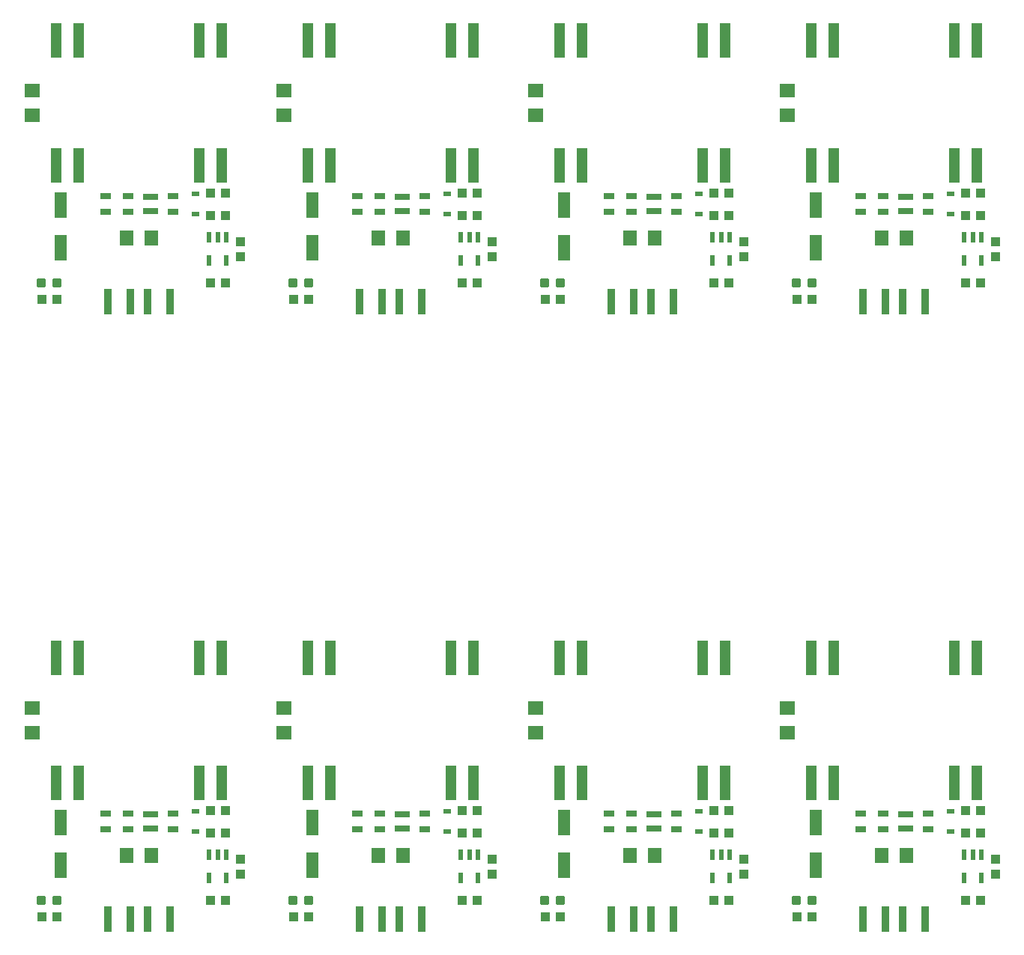
<source format=gtp>
G04 EAGLE Gerber RS-274X export*
G75*
%MOMM*%
%FSLAX34Y34*%
%LPD*%
%INSolderpaste Top*%
%IPPOS*%
%AMOC8*
5,1,8,0,0,1.08239X$1,22.5*%
G01*
%ADD10R,1.100000X1.000000*%
%ADD11R,1.000000X1.100000*%
%ADD12R,0.550000X1.200000*%
%ADD13R,1.800000X1.600000*%
%ADD14R,0.900000X3.000000*%
%ADD15R,1.250000X4.000000*%
%ADD16R,0.830000X0.630000*%
%ADD17R,1.400000X3.000000*%
%ADD18R,1.200000X0.800000*%
%ADD19R,1.800000X0.800000*%
%ADD20R,1.600000X1.800000*%
%ADD21C,0.300000*%


D10*
X220100Y190500D03*
X237100Y190500D03*
X220100Y165100D03*
X237100Y165100D03*
D11*
X254000Y135500D03*
X254000Y118500D03*
D12*
X238100Y140001D03*
X228600Y140001D03*
X219100Y140001D03*
X219100Y113999D03*
X238100Y113999D03*
D13*
X19050Y306100D03*
X19050Y278100D03*
D10*
X237100Y88900D03*
X220100Y88900D03*
D14*
X129700Y67520D03*
X104700Y67520D03*
X149700Y67520D03*
X174700Y67520D03*
D15*
X71800Y221100D03*
X46400Y221100D03*
X207600Y221100D03*
X233000Y221100D03*
X233000Y363100D03*
X207600Y363100D03*
X71800Y363100D03*
X46400Y363100D03*
D16*
X203200Y189300D03*
X203200Y166300D03*
D17*
X50800Y176400D03*
X50800Y128400D03*
D18*
X127000Y186800D03*
X127000Y168800D03*
X101600Y186800D03*
X101600Y168800D03*
D19*
X152400Y185800D03*
X152400Y169800D03*
D18*
X177800Y168800D03*
X177800Y186800D03*
D20*
X125700Y139700D03*
X153700Y139700D03*
D10*
X29600Y69850D03*
X46600Y69850D03*
D21*
X43370Y85400D02*
X43370Y92400D01*
X50370Y92400D01*
X50370Y85400D01*
X43370Y85400D01*
X43370Y88250D02*
X50370Y88250D01*
X50370Y91100D02*
X43370Y91100D01*
X25830Y92400D02*
X25830Y85400D01*
X25830Y92400D02*
X32830Y92400D01*
X32830Y85400D01*
X25830Y85400D01*
X25830Y88250D02*
X32830Y88250D01*
X32830Y91100D02*
X25830Y91100D01*
D10*
X504580Y190500D03*
X521580Y190500D03*
X504580Y165100D03*
X521580Y165100D03*
D11*
X538480Y135500D03*
X538480Y118500D03*
D12*
X522580Y140001D03*
X513080Y140001D03*
X503580Y140001D03*
X503580Y113999D03*
X522580Y113999D03*
D13*
X303530Y306100D03*
X303530Y278100D03*
D10*
X521580Y88900D03*
X504580Y88900D03*
D14*
X414180Y67520D03*
X389180Y67520D03*
X434180Y67520D03*
X459180Y67520D03*
D15*
X356280Y221100D03*
X330880Y221100D03*
X492080Y221100D03*
X517480Y221100D03*
X517480Y363100D03*
X492080Y363100D03*
X356280Y363100D03*
X330880Y363100D03*
D16*
X487680Y189300D03*
X487680Y166300D03*
D17*
X335280Y176400D03*
X335280Y128400D03*
D18*
X411480Y186800D03*
X411480Y168800D03*
X386080Y186800D03*
X386080Y168800D03*
D19*
X436880Y185800D03*
X436880Y169800D03*
D18*
X462280Y168800D03*
X462280Y186800D03*
D20*
X410180Y139700D03*
X438180Y139700D03*
D10*
X314080Y69850D03*
X331080Y69850D03*
D21*
X327850Y85400D02*
X327850Y92400D01*
X334850Y92400D01*
X334850Y85400D01*
X327850Y85400D01*
X327850Y88250D02*
X334850Y88250D01*
X334850Y91100D02*
X327850Y91100D01*
X310310Y92400D02*
X310310Y85400D01*
X310310Y92400D02*
X317310Y92400D01*
X317310Y85400D01*
X310310Y85400D01*
X310310Y88250D02*
X317310Y88250D01*
X317310Y91100D02*
X310310Y91100D01*
D10*
X789060Y190500D03*
X806060Y190500D03*
X789060Y165100D03*
X806060Y165100D03*
D11*
X822960Y135500D03*
X822960Y118500D03*
D12*
X807060Y140001D03*
X797560Y140001D03*
X788060Y140001D03*
X788060Y113999D03*
X807060Y113999D03*
D13*
X588010Y306100D03*
X588010Y278100D03*
D10*
X806060Y88900D03*
X789060Y88900D03*
D14*
X698660Y67520D03*
X673660Y67520D03*
X718660Y67520D03*
X743660Y67520D03*
D15*
X640760Y221100D03*
X615360Y221100D03*
X776560Y221100D03*
X801960Y221100D03*
X801960Y363100D03*
X776560Y363100D03*
X640760Y363100D03*
X615360Y363100D03*
D16*
X772160Y189300D03*
X772160Y166300D03*
D17*
X619760Y176400D03*
X619760Y128400D03*
D18*
X695960Y186800D03*
X695960Y168800D03*
X670560Y186800D03*
X670560Y168800D03*
D19*
X721360Y185800D03*
X721360Y169800D03*
D18*
X746760Y168800D03*
X746760Y186800D03*
D20*
X694660Y139700D03*
X722660Y139700D03*
D10*
X598560Y69850D03*
X615560Y69850D03*
D21*
X612330Y85400D02*
X612330Y92400D01*
X619330Y92400D01*
X619330Y85400D01*
X612330Y85400D01*
X612330Y88250D02*
X619330Y88250D01*
X619330Y91100D02*
X612330Y91100D01*
X594790Y92400D02*
X594790Y85400D01*
X594790Y92400D02*
X601790Y92400D01*
X601790Y85400D01*
X594790Y85400D01*
X594790Y88250D02*
X601790Y88250D01*
X601790Y91100D02*
X594790Y91100D01*
D10*
X1073540Y190500D03*
X1090540Y190500D03*
X1073540Y165100D03*
X1090540Y165100D03*
D11*
X1107440Y135500D03*
X1107440Y118500D03*
D12*
X1091540Y140001D03*
X1082040Y140001D03*
X1072540Y140001D03*
X1072540Y113999D03*
X1091540Y113999D03*
D13*
X872490Y306100D03*
X872490Y278100D03*
D10*
X1090540Y88900D03*
X1073540Y88900D03*
D14*
X983140Y67520D03*
X958140Y67520D03*
X1003140Y67520D03*
X1028140Y67520D03*
D15*
X925240Y221100D03*
X899840Y221100D03*
X1061040Y221100D03*
X1086440Y221100D03*
X1086440Y363100D03*
X1061040Y363100D03*
X925240Y363100D03*
X899840Y363100D03*
D16*
X1056640Y189300D03*
X1056640Y166300D03*
D17*
X904240Y176400D03*
X904240Y128400D03*
D18*
X980440Y186800D03*
X980440Y168800D03*
X955040Y186800D03*
X955040Y168800D03*
D19*
X1005840Y185800D03*
X1005840Y169800D03*
D18*
X1031240Y168800D03*
X1031240Y186800D03*
D20*
X979140Y139700D03*
X1007140Y139700D03*
D10*
X883040Y69850D03*
X900040Y69850D03*
D21*
X896810Y85400D02*
X896810Y92400D01*
X903810Y92400D01*
X903810Y85400D01*
X896810Y85400D01*
X896810Y88250D02*
X903810Y88250D01*
X903810Y91100D02*
X896810Y91100D01*
X879270Y92400D02*
X879270Y85400D01*
X879270Y92400D02*
X886270Y92400D01*
X886270Y85400D01*
X879270Y85400D01*
X879270Y88250D02*
X886270Y88250D01*
X886270Y91100D02*
X879270Y91100D01*
D10*
X220100Y889000D03*
X237100Y889000D03*
X220100Y863600D03*
X237100Y863600D03*
D11*
X254000Y834000D03*
X254000Y817000D03*
D12*
X238100Y838501D03*
X228600Y838501D03*
X219100Y838501D03*
X219100Y812499D03*
X238100Y812499D03*
D13*
X19050Y1004600D03*
X19050Y976600D03*
D10*
X237100Y787400D03*
X220100Y787400D03*
D14*
X129700Y766020D03*
X104700Y766020D03*
X149700Y766020D03*
X174700Y766020D03*
D15*
X71800Y919600D03*
X46400Y919600D03*
X207600Y919600D03*
X233000Y919600D03*
X233000Y1061600D03*
X207600Y1061600D03*
X71800Y1061600D03*
X46400Y1061600D03*
D16*
X203200Y887800D03*
X203200Y864800D03*
D17*
X50800Y874900D03*
X50800Y826900D03*
D18*
X127000Y885300D03*
X127000Y867300D03*
X101600Y885300D03*
X101600Y867300D03*
D19*
X152400Y884300D03*
X152400Y868300D03*
D18*
X177800Y867300D03*
X177800Y885300D03*
D20*
X125700Y838200D03*
X153700Y838200D03*
D10*
X29600Y768350D03*
X46600Y768350D03*
D21*
X43370Y783900D02*
X43370Y790900D01*
X50370Y790900D01*
X50370Y783900D01*
X43370Y783900D01*
X43370Y786750D02*
X50370Y786750D01*
X50370Y789600D02*
X43370Y789600D01*
X25830Y790900D02*
X25830Y783900D01*
X25830Y790900D02*
X32830Y790900D01*
X32830Y783900D01*
X25830Y783900D01*
X25830Y786750D02*
X32830Y786750D01*
X32830Y789600D02*
X25830Y789600D01*
D10*
X504580Y889000D03*
X521580Y889000D03*
X504580Y863600D03*
X521580Y863600D03*
D11*
X538480Y834000D03*
X538480Y817000D03*
D12*
X522580Y838501D03*
X513080Y838501D03*
X503580Y838501D03*
X503580Y812499D03*
X522580Y812499D03*
D13*
X303530Y1004600D03*
X303530Y976600D03*
D10*
X521580Y787400D03*
X504580Y787400D03*
D14*
X414180Y766020D03*
X389180Y766020D03*
X434180Y766020D03*
X459180Y766020D03*
D15*
X356280Y919600D03*
X330880Y919600D03*
X492080Y919600D03*
X517480Y919600D03*
X517480Y1061600D03*
X492080Y1061600D03*
X356280Y1061600D03*
X330880Y1061600D03*
D16*
X487680Y887800D03*
X487680Y864800D03*
D17*
X335280Y874900D03*
X335280Y826900D03*
D18*
X411480Y885300D03*
X411480Y867300D03*
X386080Y885300D03*
X386080Y867300D03*
D19*
X436880Y884300D03*
X436880Y868300D03*
D18*
X462280Y867300D03*
X462280Y885300D03*
D20*
X410180Y838200D03*
X438180Y838200D03*
D10*
X314080Y768350D03*
X331080Y768350D03*
D21*
X327850Y783900D02*
X327850Y790900D01*
X334850Y790900D01*
X334850Y783900D01*
X327850Y783900D01*
X327850Y786750D02*
X334850Y786750D01*
X334850Y789600D02*
X327850Y789600D01*
X310310Y790900D02*
X310310Y783900D01*
X310310Y790900D02*
X317310Y790900D01*
X317310Y783900D01*
X310310Y783900D01*
X310310Y786750D02*
X317310Y786750D01*
X317310Y789600D02*
X310310Y789600D01*
D10*
X789060Y889000D03*
X806060Y889000D03*
X789060Y863600D03*
X806060Y863600D03*
D11*
X822960Y834000D03*
X822960Y817000D03*
D12*
X807060Y838501D03*
X797560Y838501D03*
X788060Y838501D03*
X788060Y812499D03*
X807060Y812499D03*
D13*
X588010Y1004600D03*
X588010Y976600D03*
D10*
X806060Y787400D03*
X789060Y787400D03*
D14*
X698660Y766020D03*
X673660Y766020D03*
X718660Y766020D03*
X743660Y766020D03*
D15*
X640760Y919600D03*
X615360Y919600D03*
X776560Y919600D03*
X801960Y919600D03*
X801960Y1061600D03*
X776560Y1061600D03*
X640760Y1061600D03*
X615360Y1061600D03*
D16*
X772160Y887800D03*
X772160Y864800D03*
D17*
X619760Y874900D03*
X619760Y826900D03*
D18*
X695960Y885300D03*
X695960Y867300D03*
X670560Y885300D03*
X670560Y867300D03*
D19*
X721360Y884300D03*
X721360Y868300D03*
D18*
X746760Y867300D03*
X746760Y885300D03*
D20*
X694660Y838200D03*
X722660Y838200D03*
D10*
X598560Y768350D03*
X615560Y768350D03*
D21*
X612330Y783900D02*
X612330Y790900D01*
X619330Y790900D01*
X619330Y783900D01*
X612330Y783900D01*
X612330Y786750D02*
X619330Y786750D01*
X619330Y789600D02*
X612330Y789600D01*
X594790Y790900D02*
X594790Y783900D01*
X594790Y790900D02*
X601790Y790900D01*
X601790Y783900D01*
X594790Y783900D01*
X594790Y786750D02*
X601790Y786750D01*
X601790Y789600D02*
X594790Y789600D01*
D10*
X1073540Y889000D03*
X1090540Y889000D03*
X1073540Y863600D03*
X1090540Y863600D03*
D11*
X1107440Y834000D03*
X1107440Y817000D03*
D12*
X1091540Y838501D03*
X1082040Y838501D03*
X1072540Y838501D03*
X1072540Y812499D03*
X1091540Y812499D03*
D13*
X872490Y1004600D03*
X872490Y976600D03*
D10*
X1090540Y787400D03*
X1073540Y787400D03*
D14*
X983140Y766020D03*
X958140Y766020D03*
X1003140Y766020D03*
X1028140Y766020D03*
D15*
X925240Y919600D03*
X899840Y919600D03*
X1061040Y919600D03*
X1086440Y919600D03*
X1086440Y1061600D03*
X1061040Y1061600D03*
X925240Y1061600D03*
X899840Y1061600D03*
D16*
X1056640Y887800D03*
X1056640Y864800D03*
D17*
X904240Y874900D03*
X904240Y826900D03*
D18*
X980440Y885300D03*
X980440Y867300D03*
X955040Y885300D03*
X955040Y867300D03*
D19*
X1005840Y884300D03*
X1005840Y868300D03*
D18*
X1031240Y867300D03*
X1031240Y885300D03*
D20*
X979140Y838200D03*
X1007140Y838200D03*
D10*
X883040Y768350D03*
X900040Y768350D03*
D21*
X896810Y783900D02*
X896810Y790900D01*
X903810Y790900D01*
X903810Y783900D01*
X896810Y783900D01*
X896810Y786750D02*
X903810Y786750D01*
X903810Y789600D02*
X896810Y789600D01*
X879270Y790900D02*
X879270Y783900D01*
X879270Y790900D02*
X886270Y790900D01*
X886270Y783900D01*
X879270Y783900D01*
X879270Y786750D02*
X886270Y786750D01*
X886270Y789600D02*
X879270Y789600D01*
M02*

</source>
